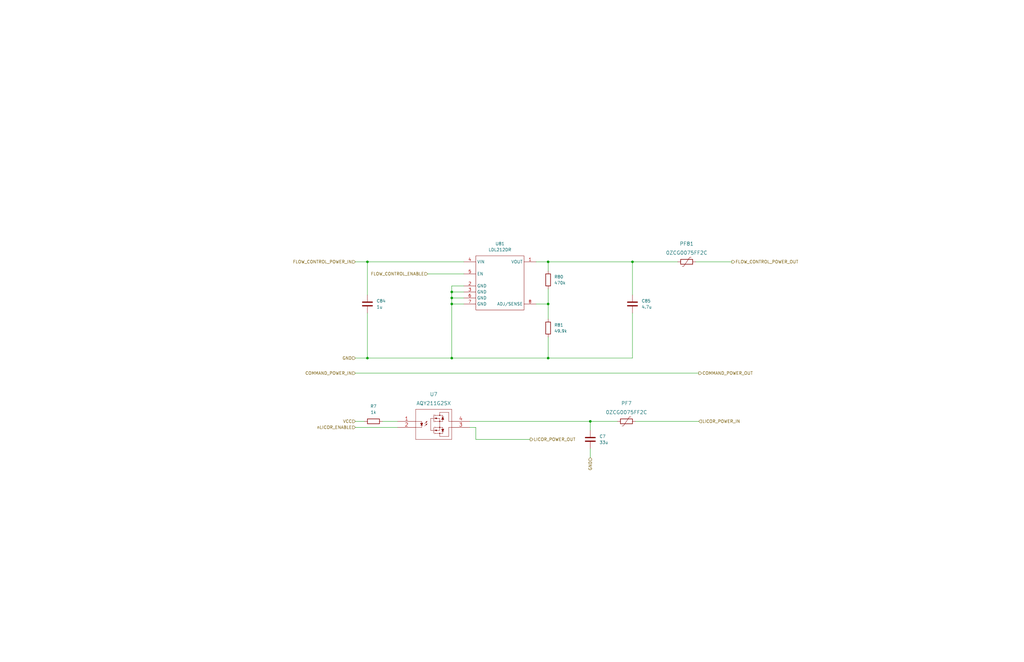
<source format=kicad_sch>
(kicad_sch (version 20230121) (generator eeschema)
  (paper "USLedger")
  (title_block (title "PCO2 Sensor Board") (rev "201") (company "Engineering") (comment 2 "Matt Casari") (comment 4 "DRAFT"))
  (lib_symbols
    (symbol "Device:C" (pin_numbers hide) (pin_names (offset 0.254))
      (property "Reference" "C" (at 0.635 2.54 0))
      (property "Value" "C" (at 0.635 -2.54 0))
      (symbol "C_0_1"
        (polyline (pts (xy -2.032 -0.762) (xy 2.032 -0.762)) (stroke (width 0.508)))
        (polyline (pts (xy -2.032 0.762) (xy 2.032 0.762)) (stroke (width 0.508)))
      )
      (symbol "C_1_1"
        (pin passive line (at 0 3.81 270) (length 2.794) (name "~") (number "1"))
        (pin passive line (at 0 -3.81 90) (length 2.794) (name "~") (number "2"))
      )
    )
    (symbol "Device:R" (pin_numbers hide) (pin_names (offset 0))
      (property "Reference" "R" (at 2.032 0 90))
      (property "Value" "R" (at 0 0 90))
      (symbol "R_0_1"
        (rectangle (start -1.016 -2.54) (end 1.016 2.54) (stroke (width 0.254)))
      )
      (symbol "R_1_1"
        (pin passive line (at 0 3.81 270) (length 1.27) (name "~") (number "1"))
        (pin passive line (at 0 -3.81 90) (length 1.27) (name "~") (number "2"))
      )
    )
    (symbol "pco2-sensor-board:0ZCG0075FF2C" (pin_numbers hide) (pin_names hide)
      (property "Reference" "F" (at 5.08 3.175 0))
      (property "Value" "0ZCG0075FF2C" (at 5.08 -6.35 0))
      (symbol "0ZCG0075FF2C_0_1"
        (rectangle (start -1.016 -2.54) (end 1.016 2.54) (stroke (width 0.254)))
        (polyline (pts (xy 1.905 -1.905) (xy 1.905 -1.27) (xy -1.905 1.27) (xy -1.905 1.905)))
      )
      (symbol "0ZCG0075FF2C_1_1"
        (pin passive line (at 0 3.81 270) (length 1.27) (name "~") (number "1"))
        (pin passive line (at 0 -3.81 90) (length 1.27) (name "~") (number "2"))
      )
    )
    (symbol "pco2-sensor-board:AQY211G2SX" (pin_names (offset 0.254) hide)
      (property "Reference" "Q" (at 15.24 10.16 0))
      (property "Value" "AQY211G2SX" (at 15.24 7.62 0))
      (symbol "AQY211G2SX_1_1"
        (polyline (pts (xy 7.62 -7.62) (xy 22.86 -7.62)) (stroke (width 0.127)))
        (polyline (pts (xy 7.62 -2.54) (xy 10.16 -2.54)) (stroke (width 0.127)))
        (polyline (pts (xy 7.62 5.08) (xy 7.62 -7.62)) (stroke (width 0.127)))
        (polyline (pts (xy 10.16 -1.778) (xy 10.16 -2.54)) (stroke (width 0.127)))
        (polyline (pts (xy 10.16 0) (xy 7.62 0)) (stroke (width 0.127)))
        (polyline (pts (xy 10.16 0) (xy 10.16 -0.762)) (stroke (width 0.127)))
        (polyline (pts (xy 10.668 -1.778) (xy 9.652 -1.778)) (stroke (width 0.127)))
        (polyline (pts (xy 11.43 -2.032) (xy 12.192 -1.27)) (stroke (width 0.127)))
        (polyline (pts (xy 11.43 -1.016) (xy 12.192 -0.254)) (stroke (width 0.127)))
        (polyline (pts (xy 13.97 -3.81) (xy 15.24 -3.81)) (stroke (width 0.127)))
        (polyline (pts (xy 13.97 1.27) (xy 13.97 -3.81)) (stroke (width 0.127)))
        (polyline (pts (xy 13.97 1.27) (xy 15.24 1.27)) (stroke (width 0.127)))
        (polyline (pts (xy 15.24 -2.54) (xy 15.24 -5.08)) (stroke (width 0.127)))
        (polyline (pts (xy 15.24 2.794) (xy 15.24 -0.254)) (stroke (width 0.127)))
        (polyline (pts (xy 15.748 -5.08) (xy 19.05 -5.08)) (stroke (width 0.127)))
        (polyline (pts (xy 15.748 -4.826) (xy 15.748 -5.334)) (stroke (width 0.127)))
        (polyline (pts (xy 15.748 -3.556) (xy 15.748 -4.064)) (stroke (width 0.127)))
        (polyline (pts (xy 15.748 -2.54) (xy 19.05 -2.54)) (stroke (width 0.127)))
        (polyline (pts (xy 15.748 -2.286) (xy 15.748 -2.794)) (stroke (width 0.127)))
        (polyline (pts (xy 15.748 0.254) (xy 15.748 -0.254)) (stroke (width 0.127)))
        (polyline (pts (xy 15.748 1.524) (xy 15.748 1.016)) (stroke (width 0.127)))
        (polyline (pts (xy 15.748 2.54) (xy 19.05 2.54)) (stroke (width 0.127)))
        (polyline (pts (xy 15.748 2.794) (xy 15.748 2.286)) (stroke (width 0.127)))
        (polyline (pts (xy 16.51 -3.81) (xy 17.78 -3.81)) (stroke (width 0.127)))
        (polyline (pts (xy 17.78 -6.35) (xy 21.59 -6.35)) (stroke (width 0.127)))
        (polyline (pts (xy 17.78 -5.08) (xy 17.78 -6.35)) (stroke (width 0.127)))
        (polyline (pts (xy 17.78 -3.81) (xy 17.78 1.27)) (stroke (width 0.127)))
        (polyline (pts (xy 17.78 1.27) (xy 16.51 1.27)) (stroke (width 0.127)))
        (polyline (pts (xy 17.78 2.54) (xy 17.78 3.81)) (stroke (width 0.127)))
        (polyline (pts (xy 17.78 3.81) (xy 21.59 3.81)) (stroke (width 0.127)))
        (polyline (pts (xy 18.542 1.778) (xy 19.558 1.778)) (stroke (width 0.127)))
        (polyline (pts (xy 19.05 -4.318) (xy 19.05 -5.08)) (stroke (width 0.127)))
        (polyline (pts (xy 19.05 -2.54) (xy 19.05 -3.302)) (stroke (width 0.127)))
        (polyline (pts (xy 19.05 0) (xy 15.748 0)) (stroke (width 0.127)))
        (polyline (pts (xy 19.05 0) (xy 19.05 0.762)) (stroke (width 0.127)))
        (polyline (pts (xy 19.05 1.778) (xy 19.05 2.54)) (stroke (width 0.127)))
        (polyline (pts (xy 19.558 -4.318) (xy 18.542 -4.318)) (stroke (width 0.127)))
        (polyline (pts (xy 21.59 -2.54) (xy 21.59 -6.35)) (stroke (width 0.127)))
        (polyline (pts (xy 21.59 -2.54) (xy 22.86 -2.54)) (stroke (width 0.127)))
        (polyline (pts (xy 21.59 0) (xy 22.86 0)) (stroke (width 0.127)))
        (polyline (pts (xy 21.59 3.81) (xy 21.59 0)) (stroke (width 0.127)))
        (polyline (pts (xy 22.86 -7.62) (xy 22.86 5.08)) (stroke (width 0.127)))
        (polyline (pts (xy 22.86 5.08) (xy 7.62 5.08)) (stroke (width 0.127)))
        (polyline (pts (xy 10.16 -1.778) (xy 10.668 -0.762) (xy 9.652 -0.762) (xy 10.16 -1.778)) (fill (type outline)))
        (polyline (pts (xy 12.446 -1.016) (xy 11.938 -1.27) (xy 12.192 -1.524) (xy 12.446 -1.016)) (fill (type outline)))
        (polyline (pts (xy 12.446 0) (xy 11.938 -0.254) (xy 12.192 -0.508) (xy 12.446 0)) (fill (type outline)))
        (polyline (pts (xy 15.748 -3.81) (xy 16.51 -4.064) (xy 16.51 -3.556) (xy 15.748 -3.81)) (fill (type outline)))
        (polyline (pts (xy 15.748 1.27) (xy 16.51 1.016) (xy 16.51 1.524) (xy 15.748 1.27)) (fill (type outline)))
        (polyline (pts (xy 19.05 -4.318) (xy 19.558 -3.302) (xy 18.542 -3.302) (xy 19.05 -4.318)) (fill (type outline)))
        (polyline (pts (xy 19.05 1.778) (xy 18.542 0.762) (xy 19.558 0.762) (xy 19.05 1.778)) (fill (type outline)))
        (arc (start 17.78 -5.207) (mid 17.78 -5.207) (end 17.78 -5.207) (stroke (width 0.254)))
        (circle (center 17.78 -5.08) (radius 0.127) (stroke (width 0.254)))
        (arc (start 17.78 -2.667) (mid 17.78 -2.667) (end 17.78 -2.667) (stroke (width 0.254)))
        (circle (center 17.78 -2.54) (radius 0.127) (stroke (width 0.254)))
        (arc (start 17.78 -0.127) (mid 17.78 -0.127) (end 17.78 -0.127) (stroke (width 0.254)))
        (circle (center 17.78 0) (radius 0.127) (stroke (width 0.254)))
        (arc (start 17.78 2.413) (mid 17.78 2.413) (end 17.78 2.413) (stroke (width 0.254)))
        (circle (center 17.78 2.54) (radius 0.127) (stroke (width 0.254)))
        (pin passive line (at 0 0 0) (length 7.62) (name "1") (number "1"))
        (pin passive line (at 0 -2.54 0) (length 7.62) (name "2") (number "2"))
        (pin passive line (at 30.48 -2.54 180) (length 7.62) (name "3") (number "3"))
        (pin passive line (at 30.48 0 180) (length 7.62) (name "4") (number "4"))
      )
    )
    (symbol "pco2-sensor-board:LDL212DR"
      (property "Reference" "U" (at 0 15.24 0))
      (property "Value" "LDL212DR" (at 0 12.7 0))
      (symbol "LDL212DR_0_1"
        (rectangle (start -10.16 10.16) (end 10.16 -12.7))
      )
      (symbol "LDL212DR_1_1"
        (pin power_out line (at 15.24 7.62 180) (length 5.08) (name "VOUT") (number "1"))
        (pin power_in line (at -15.24 -2.54 0) (length 5.08) (name "GND") (number "2"))
        (pin power_in line (at -15.24 -5.08 0) (length 5.08) (name "GND") (number "3"))
        (pin power_in line (at -15.24 7.62 0) (length 5.08) (name "VIN") (number "4"))
        (pin input line (at -15.24 2.54 0) (length 5.08) (name "EN") (number "5"))
        (pin power_in line (at -15.24 -7.62 0) (length 5.08) (name "GND") (number "6"))
        (pin power_in line (at -15.24 -10.16 0) (length 5.08) (name "GND") (number "7"))
        (pin input line (at 15.24 -10.16 180) (length 5.08) (name "ADJ/SENSE") (number "8"))
      )
    )
  )
  (junction (at 154.94 151.13))
  (junction (at 190.5 128.27))
  (junction (at 266.7 110.49))
  (junction (at 190.5 151.13))
  (junction (at 248.92 177.8))
  (junction (at 190.5 123.19))
  (junction (at 231.14 128.27))
  (junction (at 231.14 110.49))
  (junction (at 231.14 151.13))
  (junction (at 190.5 125.73))
  (junction (at 154.94 110.49))
  (wire (pts (xy 190.5 128.27) (xy 195.58 128.27)))
  (wire (pts (xy 190.5 125.73) (xy 190.5 128.27)))
  (wire (pts (xy 200.66 185.42) (xy 223.52 185.42)))
  (wire (pts (xy 190.5 123.19) (xy 190.5 125.73)))
  (wire (pts (xy 190.5 128.27) (xy 190.5 151.13)))
  (wire (pts (xy 190.5 151.13) (xy 231.14 151.13)))
  (wire (pts (xy 267.97 177.8) (xy 294.64 177.8)))
  (wire (pts (xy 231.14 110.49) (xy 231.14 114.3)))
  (wire (pts (xy 154.94 110.49) (xy 195.58 110.49)))
  (wire (pts (xy 226.06 128.27) (xy 231.14 128.27)))
  (wire (pts (xy 190.5 120.65) (xy 190.5 123.19)))
  (wire (pts (xy 154.94 110.49) (xy 154.94 124.46)))
  (wire (pts (xy 231.14 151.13) (xy 266.7 151.13)))
  (wire (pts (xy 190.5 125.73) (xy 195.58 125.73)))
  (wire (pts (xy 149.86 180.34) (xy 167.64 180.34)))
  (wire (pts (xy 231.14 151.13) (xy 231.14 142.24)))
  (wire (pts (xy 200.66 180.34) (xy 200.66 185.42)))
  (wire (pts (xy 248.92 189.23) (xy 248.92 193.04)))
  (wire (pts (xy 149.86 157.48) (xy 294.64 157.48)))
  (wire (pts (xy 161.29 177.8) (xy 167.64 177.8)))
  (wire (pts (xy 195.58 120.65) (xy 190.5 120.65)))
  (wire (pts (xy 266.7 110.49) (xy 285.75 110.49)))
  (wire (pts (xy 149.86 151.13) (xy 154.94 151.13)))
  (wire (pts (xy 293.37 110.49) (xy 308.61 110.49)))
  (wire (pts (xy 231.14 110.49) (xy 266.7 110.49)))
  (wire (pts (xy 248.92 177.8) (xy 260.35 177.8)))
  (wire (pts (xy 266.7 110.49) (xy 266.7 124.46)))
  (wire (pts (xy 231.14 121.92) (xy 231.14 128.27)))
  (wire (pts (xy 149.86 177.8) (xy 153.67 177.8)))
  (wire (pts (xy 231.14 128.27) (xy 231.14 134.62)))
  (wire (pts (xy 149.86 110.49) (xy 154.94 110.49)))
  (wire (pts (xy 190.5 123.19) (xy 195.58 123.19)))
  (wire (pts (xy 226.06 110.49) (xy 231.14 110.49)))
  (wire (pts (xy 200.66 180.34) (xy 198.12 180.34)))
  (wire (pts (xy 154.94 151.13) (xy 190.5 151.13)))
  (wire (pts (xy 248.92 177.8) (xy 248.92 181.61)))
  (wire (pts (xy 180.34 115.57) (xy 195.58 115.57)))
  (wire (pts (xy 198.12 177.8) (xy 248.92 177.8)))
  (wire (pts (xy 154.94 132.08) (xy 154.94 151.13)))
  (wire (pts (xy 266.7 132.08) (xy 266.7 151.13)))
  (hierarchical_label "LICOR_POWER_IN" (shape input) (at 294.64 177.8 0))
  (hierarchical_label "nLICOR_ENABLE" (shape input) (at 149.86 180.34 180))
  (hierarchical_label "COMMAND_POWER_IN" (shape input) (at 149.86 157.48 180))
  (hierarchical_label "LICOR_POWER_OUT" (shape output) (at 223.52 185.42 0))
  (hierarchical_label "FLOW_CONTROL_POWER_IN" (shape input) (at 149.86 110.49 180))
  (hierarchical_label "FLOW_CONTROL_ENABLE" (shape input) (at 180.34 115.57 180))
  (hierarchical_label "FLOW_CONTROL_POWER_OUT" (shape output) (at 308.61 110.49 0))
  (hierarchical_label "COMMAND_POWER_OUT" (shape output) (at 294.64 157.48 0))
  (hierarchical_label "VCC" (shape input) (at 149.86 177.8 180))
  (hierarchical_label "GND" (shape input) (at 248.92 193.04 270))
  (hierarchical_label "GND" (shape input) (at 149.86 151.13 180))
  (symbol (lib_id "pco2-sensor-board:0ZCG0075FF2C") (at 264.16 177.8 90) (unit 1)
    (property "Reference" "PF7" (at 264.16 170.18 90) (effects (font (size 1.524 1.524))))
    (property "Value" "0ZCG0075FF2C" (at 264.16 173.99 90) (effects (font (size 1.524 1.524))))
    (property "Footprint" "pco2-sensor-board:0ZCG0075FF2C" (effects hide))
    (property "MPN" "0ZCG0075FF2C" (effects hide))
  )
  (symbol (lib_id "pco2-sensor-board:LDL212DR") (at 210.82 118.11 0) (unit 1)
    (property "Reference" "U81" (at 210.82 102.87 0))
    (property "Value" "LDL212DR" (at 210.82 105.41 0))
    (property "Footprint" "pco2-sensor-board:LDL212DR" (effects hide))
    (property "MPN" "LDL212DR" (effects hide))
  )
  (symbol (lib_id "pco2-sensor-board:AQY211G2SX") (at 167.64 177.8 0) (unit 1)
    (property "Reference" "U7" (at 182.88 166.37 0) (effects (font (size 1.524 1.524))))
    (property "Value" "AQY211G2SX" (at 182.88 170.18 0) (effects (font (size 1.524 1.524))))
    (property "Footprint" "pco2-sensor-board:AQY211G2SX" (effects hide))
    (property "MPN" "AQY211G2SX" (effects hide))
  )
  (symbol (lib_id "Device:R") (at 157.48 177.8 90) (unit 1)
    (property "Reference" "R7" (at 157.48 171.45 90))
    (property "Value" "1k" (at 157.48 173.99 90))
    (property "Footprint" "Resistor_SMD:R_0805_2012Metric" (effects hide))
    (property "MPN" "CRCW08051K00FKEAC" (effects hide))
  )
  (symbol (lib_id "Device:R") (at 231.14 118.11 0) (unit 1)
    (property "Reference" "R80" (at 233.68 116.8399 0) (effects (justify left)))
    (property "Value" "470k" (at 233.68 119.3799 0) (effects (justify left)))
    (property "Footprint" "Resistor_SMD:R_0805_2012Metric" (effects hide))
    (property "MPN" "CRCW0805470KFKEAC" (effects hide))
  )
  (symbol (lib_id "Device:C") (at 248.92 185.42 0) (unit 1)
    (property "Reference" "C7" (at 252.73 184.1499 0) (effects (justify left)))
    (property "Value" "33u" (at 252.73 186.6899 0) (effects (justify left)))
    (property "Footprint" "Capacitor_SMD:C_1206_3216Metric" (effects hide))
    (property "MPN" "C3216JB1E336M160AC" (effects hide))
  )
  (symbol (lib_id "Device:C") (at 154.94 128.27 0) (unit 1)
    (property "Reference" "C84" (at 158.75 126.9999 0) (effects (justify left)))
    (property "Value" "1u" (at 158.75 129.5399 0) (effects (justify left)))
    (property "Footprint" "Capacitor_SMD:C_0805_2012Metric" (effects hide))
    (property "MPN" "C2012X7S2A105K125AE" (effects hide))
  )
  (symbol (lib_id "pco2-sensor-board:0ZCG0075FF2C") (at 289.56 110.49 90) (unit 1)
    (property "Reference" "PF81" (at 289.56 102.87 90) (effects (font (size 1.524 1.524))))
    (property "Value" "0ZCG0075FF2C" (at 289.56 106.68 90) (effects (font (size 1.524 1.524))))
    (property "Footprint" "pco2-sensor-board:0ZCG0075FF2C" (effects hide))
    (property "MPN" "0ZCG0075FF2C" (effects hide))
  )
  (symbol (lib_id "Device:C") (at 266.7 128.27 0) (unit 1)
    (property "Reference" "C85" (at 270.51 126.9999 0) (effects (justify left)))
    (property "Value" "4.7u" (at 270.51 129.5399 0) (effects (justify left)))
    (property "Footprint" "Capacitor_SMD:C_0805_2012Metric" (effects hide))
    (property "MPN" "C2012X7R1H475K125AE" (effects hide))
  )
  (symbol (lib_id "Device:R") (at 231.14 138.43 0) (unit 1)
    (property "Reference" "R81" (at 233.68 137.1599 0) (effects (justify left)))
    (property "Value" "49.9k" (at 233.68 139.6999 0) (effects (justify left)))
    (property "Footprint" "Resistor_SMD:R_0805_2012Metric" (effects hide))
    (property "MPN" "CRCW080549K9FKEAC" (effects hide))
  )
)
</source>
